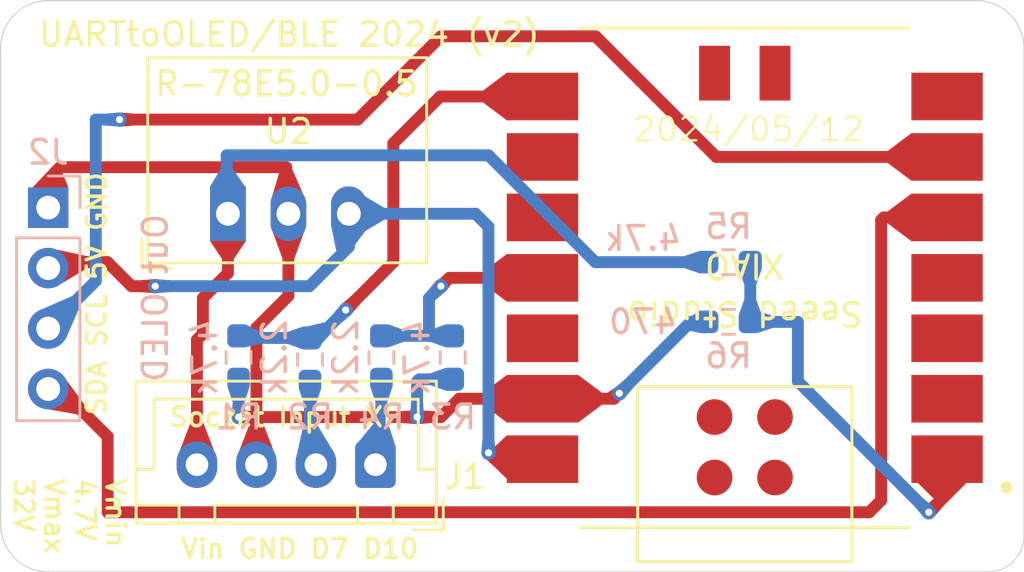
<source format=kicad_pcb>
(kicad_pcb (version 20240108) (generator "pcbnew") (generator_version "8.0")
  (layers (0 "F.Cu" signal) (31 "B.Cu" signal) (34 "B.Paste" user) (35 "F.Paste" user) (36 "B.SilkS" user "B.Silkscreen") (37 "F.SilkS" user "F.Silkscreen") (38 "B.Mask" user) (39 "F.Mask" user) (44 "Edge.Cuts" user))
  (net 0 "")
  (net 2 "Net-(J2-Pin_3)")
  (net 3 "Net-(U1-PA02_A0_D0)")
  (net 6 "Net-(J2-Pin_2)")
  (net 7 "Net-(U1-PA6_A10_D10_MOSI)")
  (net 11 "Net-(J2-Pin_4)")
  (net 19 "Net-(U1-PB09_A7_D7_RX)")
  (net 20 "Net-(J1-Pin_3)")
  (net 21 "Net-(J1-Pin_2)")
  (net 22 "Net-(J1-Pin_1)")
  (net 23 "Net-(J1-Pin_4)")
  (footprint "Seeed Studio XIAO Series Library:XIAO-SAMD21-RP2040-14P-2.54-21X17.8MM (Seeeduino XIAO)" (layer "F.Cu") (at 156.77 80.15 180)
    (property "Reference" "U1" (hide yes))
    (property "Value" "Seeed Studio XIAO SAMD21" (hide yes))
    (fp_line (start 6.9 -10.49909) (end -6.9 -10.49909) (stroke (width 0.127)) (layer "F.SilkS"))
    (fp_line (start 4.5 -4.57073) (end -4.5 -4.57073) (stroke (width 0.127)) (layer "F.SilkS"))
    (fp_line (start 4.5 -11.92403) (end 4.5 -4.57073) (stroke (width 0.127)) (layer "F.SilkS"))
    (fp_line (start -4.5 -4.57073) (end -4.5 -11.92403) (stroke (width 0.127)) (layer "F.SilkS"))
    (fp_line (start -4.5 -11.92403) (end 4.5 -11.92403) (stroke (width 0.127)) (layer "F.SilkS"))
    (fp_line (start -6.9 10.5) (end 6.9 10.5) (stroke (width 0.127)) (layer "F.SilkS"))
    (fp_circle (center -11 -8.8) (end -11 -9.054) (fill solid) (layer "F.SilkS"))
    (fp_text user "XIAO" (at 0 0.5 180) (layer "F.SilkS"))
    (fp_text user "Seeed Studio" (at 0 -1.5 180) (layer "F.SilkS"))
    (pad "1" smd rect (at -8.5 -7.62 180) (size 3 2) (layers "F.Cu" "F.Paste" "F.Mask") (net 3 "Net-(U1-PA02_A0_D0)"))
    (pad "2" smd rect (at -8.5 -5.08 180) (size 3 2) (layers "F.Cu" "F.Paste" "F.Mask"))
    (pad "3" smd rect (at -8.5 -2.54 180) (size 3 2) (layers "F.Cu" "F.Paste" "F.Mask"))
    (pad "4" smd rect (at -8.5 0 180) (size 3 2) (layers "F.Cu" "F.Paste" "F.Mask"))
    (pad "5" smd rect (at -8.5 2.54 180) (size 3 2) (layers "F.Cu" "F.Paste" "F.Mask") (net 11 "Net-(J2-Pin_4)"))
    (pad "6" smd rect (at -8.5 5.08) (size 3 2) (layers "F.Cu" "F.Paste" "F.Mask") (net 2 "Net-(J2-Pin_3)"))
    (pad "7" smd rect (at -8.5 7.62 180) (size 3 2) (layers "F.Cu" "F.Paste" "F.Mask"))
    (pad "8" smd rect (at 8.5 7.62 180) (size 3 2) (layers "F.Cu" "F.Paste" "F.Mask") (net 19 "Net-(U1-PB09_A7_D7_RX)"))
    (pad "9" smd rect (at 8.5 5.08 180) (size 3 2) (layers "F.Cu" "F.Paste" "F.Mask"))
    (pad "10" smd rect (at 8.5 2.54 180) (size 3 2) (layers "F.Cu" "F.Paste" "F.Mask"))
    (pad "11" smd rect (at 8.5 0 180) (size 3 2) (layers "F.Cu" "F.Paste" "F.Mask") (net 7 "Net-(U1-PA6_A10_D10_MOSI)"))
    (pad "12" smd rect (at 8.5 -2.54 180) (size 3 2) (layers "F.Cu" "F.Paste" "F.Mask"))
    (pad "13" smd rect (at 8.5 -5.08 180) (size 3 2) (layers "F.Cu" "F.Paste" "F.Mask") (net 20 "Net-(J1-Pin_3)"))
    (pad "14" smd rect (at 8.5 -7.62 180) (size 3 2) (layers "F.Cu" "F.Paste" "F.Mask") (net 6 "Net-(J2-Pin_2)"))
    (pad "15" smd circle (at -1.27 -8.39 270) (size 1.5 1.5) (layers "F.Cu" "F.Paste" "F.Mask"))
    (pad "16" smd circle (at 1.27 -8.39 270) (size 1.5 1.5) (layers "F.Cu" "F.Paste" "F.Mask"))
    (pad "17" smd circle (at -1.27 -5.85 270) (size 1.5 1.5) (layers "F.Cu" "F.Paste" "F.Mask"))
    (pad "18" smd circle (at 1.27 -5.85 270) (size 1.5 1.5) (layers "F.Cu" "F.Paste" "F.Mask"))
    (pad "19" smd rect (at -1.27 8.6 270) (size 2.3 1.3) (layers "F.Cu" "F.Paste" "F.Mask"))
    (pad "20" smd rect (at 1.27 8.6 270) (size 2.3 1.3) (layers "F.Cu" "F.Paste" "F.Mask"))
  )
  (footprint "Connector_JST:JST_XH_B4B-XH-A_1x04_P2.50mm_Vertical" (layer "F.Cu") (at 141.25 88 180)
    (property "Reference" "J1" (at -3.75 -0.5 180) (layer "F.SilkS"))
    (property "Value" "Socket Input XH" (at 3.75 2 180) (layer "F.SilkS") (effects (font (size 0.8 0.8))))
    (fp_line (start 10.06 3.51) (end 10.06 -2.46) (stroke (width 0.12)) (layer "F.SilkS"))
    (fp_line (start 10.06 -2.46) (end -2.56 -2.46) (stroke (width 0.12)) (layer "F.SilkS"))
    (fp_line (start 10.05 -0.2) (end 9.3 -0.2) (stroke (width 0.12)) (layer "F.SilkS"))
    (fp_line (start 10.05 -1.7) (end 10.05 -2.45) (stroke (width 0.12)) (layer "F.SilkS"))
    (fp_line (start 10.05 -2.45) (end 8.25 -2.45) (stroke (width 0.12)) (layer "F.SilkS"))
    (fp_line (start 9.3 2.75) (end 3.75 2.75) (stroke (width 0.12)) (layer "F.SilkS"))
    (fp_line (start 9.3 -0.2) (end 9.3 2.75) (stroke (width 0.12)) (layer "F.SilkS"))
    (fp_line (start 8.25 -1.7) (end 10.05 -1.7) (stroke (width 0.12)) (layer "F.SilkS"))
    (fp_line (start 8.25 -2.45) (end 8.25 -1.7) (stroke (width 0.12)) (layer "F.SilkS"))
    (fp_line (start 6.75 -1.7) (end 6.75 -2.45) (stroke (width 0.12)) (layer "F.SilkS"))
    (fp_line (start 6.75 -2.45) (end 0.75 -2.45) (stroke (width 0.12)) (layer "F.SilkS"))
    (fp_line (start 0.75 -1.7) (end 6.75 -1.7) (stroke (width 0.12)) (layer "F.SilkS"))
    (fp_line (start 0.75 -2.45) (end 0.75 -1.7) (stroke (width 0.12)) (layer "F.SilkS"))
    (fp_line (start -0.75 -1.7) (end -0.75 -2.45) (stroke (width 0.12)) (layer "F.SilkS"))
    (fp_line (start -0.75 -2.45) (end -2.55 -2.45) (stroke (width 0.12)) (layer "F.SilkS"))
    (fp_line (start -1.6 -2.75) (end -2.85 -2.75) (stroke (width 0.12)) (layer "F.SilkS"))
    (fp_line (start -1.8 2.75) (end 3.75 2.75) (stroke (width 0.12)) (layer "F.SilkS"))
    (fp_line (start -1.8 -0.2) (end -1.8 2.75) (stroke (width 0.12)) (layer "F.SilkS"))
    (fp_line (start -2.55 -0.2) (end -1.8 -0.2) (stroke (width 0.12)) (layer "F.SilkS"))
    (fp_line (start -2.55 -1.7) (end -0.75 -1.7) (stroke (width 0.12)) (layer "F.SilkS"))
    (fp_line (start -2.55 -2.45) (end -2.55 -1.7) (stroke (width 0.12)) (layer "F.SilkS"))
    (fp_line (start -2.56 3.51) (end 10.06 3.51) (stroke (width 0.12)) (layer "F.SilkS"))
    (fp_line (start -2.56 -2.46) (end -2.56 3.51) (stroke (width 0.12)) (layer "F.SilkS"))
    (fp_line (start -2.85 -2.75) (end -2.85 -1.5) (stroke (width 0.12)) (layer "F.SilkS"))
    (pad "1" thru_hole roundrect (at 0 0 180) (size 1.7 1.95) (drill 0.95) (layers "*.Cu" "*.Mask") (roundrect_rratio 0.147059) (net 22 "Net-(J1-Pin_1)"))
    (pad "2" thru_hole oval (at 2.5 0 180) (size 1.7 1.95) (drill 0.95) (layers "*.Cu" "*.Mask") (net 21 "Net-(J1-Pin_2)"))
    (pad "3" thru_hole oval (at 5 0 180) (size 1.7 1.95) (drill 0.95) (layers "*.Cu" "*.Mask") (net 20 "Net-(J1-Pin_3)"))
    (pad "4" thru_hole oval (at 7.5 0 180) (size 1.7 1.95) (drill 0.95) (layers "*.Cu" "*.Mask") (net 23 "Net-(J1-Pin_4)"))
  )
  (footprint "Converter_DCDC:Converter_DCDC_RECOM_R-78E-0.5_THT" (layer "F.Cu") (at 135.053 77.4575)
    (property "Reference" "U2" (at 2.54 -3.4575 0) (layer "F.SilkS"))
    (property "Value" "R-78E5.0-0.5" (at 2.447 -5.4575 0) (layer "F.SilkS"))
    (fp_line (start -3.611 1.06) (end -3.611 2.3) (stroke (width 0.12)) (layer "F.SilkS"))
    (fp_line (start -3.611 2.3) (end -2.371 2.3) (stroke (width 0.12)) (layer "F.SilkS"))
    (fp_line (start -3.371 -6.56) (end -3.371 2.06) (stroke (width 0.12)) (layer "F.SilkS"))
    (fp_line (start -3.371 -6.56) (end 8.35 -6.56) (stroke (width 0.12)) (layer "F.SilkS"))
    (fp_line (start -3.371 2.06) (end 8.35 2.06) (stroke (width 0.12)) (layer "F.SilkS"))
    (fp_line (start 8.35 -6.56) (end 8.35 2.06) (stroke (width 0.12)) (layer "F.SilkS"))
    (pad "1" thru_hole rect (at 0 0) (size 1.5 2.3) (drill 1) (layers "*.Cu" "*.Mask") (net 23 "Net-(J1-Pin_4)"))
    (pad "2" thru_hole oval (at 2.54 0) (size 1.5 2.3) (drill 1) (layers "*.Cu" "*.Mask") (net 20 "Net-(J1-Pin_3)"))
    (pad "3" thru_hole oval (at 5.08 0) (size 1.5 2.3) (drill 1) (layers "*.Cu" "*.Mask") (net 6 "Net-(J2-Pin_2)"))
  )
  (footprint "Resistor_SMD:R_0603_1608Metric_Pad0.98x0.95mm_HandSolder" (layer "B.Cu") (at 138.5 83.5875 -90)
    (property "Reference" "R2" (at 2.4125 0 180) (layer "B.SilkS") (effects (justify mirror)))
    (property "Value" "2.2k" (at -0.0875 1.5 270) (layer "B.SilkS") (effects (justify mirror)))
    (fp_line (start 0.254724 0.5225) (end -0.254724 0.5225) (stroke (width 0.12)) (layer "B.SilkS"))
    (fp_line (start 0.254724 -0.5225) (end -0.254724 -0.5225) (stroke (width 0.12)) (layer "B.SilkS"))
    (pad "1" smd roundrect (at -0.9125 0 270) (size 0.975 0.95) (layers "B.Cu" "B.Paste" "B.Mask") (net 19 "Net-(U1-PB09_A7_D7_RX)"))
    (pad "2" smd roundrect (at 0.9125 0 270) (size 0.975 0.95) (layers "B.Cu" "B.Paste" "B.Mask") (net 21 "Net-(J1-Pin_2)"))
  )
  (footprint "Resistor_SMD:R_0603_1608Metric_Pad0.98x0.95mm_HandSolder" (layer "B.Cu") (at 141.5 83.5 -90)
    (property "Reference" "R4" (at 2.5 0 180) (layer "B.SilkS") (effects (justify mirror)))
    (property "Value" "2.2k" (at 0 1.5 90) (layer "B.SilkS") (effects (justify mirror)))
    (fp_line (start 0.254724 0.5225) (end -0.254724 0.5225) (stroke (width 0.12)) (layer "B.SilkS"))
    (fp_line (start 0.254724 -0.5225) (end -0.254724 -0.5225) (stroke (width 0.12)) (layer "B.SilkS"))
    (pad "1" smd roundrect (at -0.9125 0 270) (size 0.975 0.95) (layers "B.Cu" "B.Paste" "B.Mask") (net 7 "Net-(U1-PA6_A10_D10_MOSI)"))
    (pad "2" smd roundrect (at 0.9125 0 270) (size 0.975 0.95) (layers "B.Cu" "B.Paste" "B.Mask") (net 22 "Net-(J1-Pin_1)"))
  )
  (footprint "Resistor_SMD:R_0603_1608Metric_Pad0.98x0.95mm_HandSolder" (layer "B.Cu") (at 156.0875 79.49 180)
    (property "Reference" "R5" (at 0 1.49 180) (layer "B.SilkS") (effects (justify mirror)))
    (property "Value" "4.7k" (at 3.5875 0.99 180) (layer "B.SilkS") (effects (justify mirror)))
    (fp_line (start 0.254724 0.5225) (end -0.254724 0.5225) (stroke (width 0.12)) (layer "B.SilkS"))
    (fp_line (start 0.254724 -0.5225) (end -0.254724 -0.5225) (stroke (width 0.12)) (layer "B.SilkS"))
    (pad "1" smd roundrect (at -0.9125 0 180) (size 0.975 0.95) (layers "B.Cu" "B.Paste" "B.Mask") (net 3 "Net-(U1-PA02_A0_D0)"))
    (pad "2" smd roundrect (at 0.9125 0 180) (size 0.975 0.95) (layers "B.Cu" "B.Paste" "B.Mask") (net 23 "Net-(J1-Pin_4)"))
  )
  (footprint "Resistor_SMD:R_0603_1608Metric_Pad0.98x0.95mm_HandSolder" (layer "B.Cu") (at 135.5 83.5 90)
    (property "Reference" "R1" (at -2.5 0 0) (layer "B.SilkS") (effects (justify mirror)))
    (property "Value" "4.7k" (at 0 -1.43 270) (layer "B.SilkS") (effects (justify mirror)))
    (fp_line (start 0.254724 -0.5225) (end -0.254724 -0.5225) (stroke (width 0.12)) (layer "B.SilkS"))
    (fp_line (start 0.254724 0.5225) (end -0.254724 0.5225) (stroke (width 0.12)) (layer "B.SilkS"))
    (pad "1" smd roundrect (at -0.9125 0 90) (size 0.975 0.95) (layers "B.Cu" "B.Paste" "B.Mask") (net 20 "Net-(J1-Pin_3)"))
    (pad "2" smd roundrect (at 0.9125 0 90) (size 0.975 0.95) (layers "B.Cu" "B.Paste" "B.Mask") (net 19 "Net-(U1-PB09_A7_D7_RX)"))
  )
  (footprint "Resistor_SMD:R_0603_1608Metric_Pad0.98x0.95mm_HandSolder" (layer "B.Cu") (at 156.0875 82)
    (property "Reference" "R6" (at 0 1.43 0) (layer "B.SilkS") (effects (justify mirror)))
    (property "Value" "470" (at -3.5875 0 0) (layer "B.SilkS") (effects (justify mirror)))
    (fp_line (start 0.254724 -0.5225) (end -0.254724 -0.5225) (stroke (width 0.12)) (layer "B.SilkS"))
    (fp_line (start 0.254724 0.5225) (end -0.254724 0.5225) (stroke (width 0.12)) (layer "B.SilkS"))
    (pad "1" smd roundrect (at -0.9125 0) (size 0.975 0.95) (layers "B.Cu" "B.Paste" "B.Mask") (net 20 "Net-(J1-Pin_3)"))
    (pad "2" smd roundrect (at 0.9125 0) (size 0.975 0.95) (layers "B.Cu" "B.Paste" "B.Mask") (net 3 "Net-(U1-PA02_A0_D0)"))
  )
  (footprint "Resistor_SMD:R_0603_1608Metric_Pad0.98x0.95mm_HandSolder" (layer "B.Cu") (at 144.5 83.5 90)
    (property "Reference" "R3" (at -2.5 0 0) (layer "B.SilkS") (effects (justify mirror)))
    (property "Value" "4.7k" (at 0 -1.5 270) (layer "B.SilkS") (effects (justify mirror)))
    (fp_line (start 0.254724 -0.5225) (end -0.254724 -0.5225) (stroke (width 0.12)) (layer "B.SilkS"))
    (fp_line (start 0.254724 0.5225) (end -0.254724 0.5225) (stroke (width 0.12)) (layer "B.SilkS"))
    (pad "1" smd roundrect (at -0.9125 0 90) (size 0.975 0.95) (layers "B.Cu" "B.Paste" "B.Mask") (net 20 "Net-(J1-Pin_3)"))
    (pad "2" smd roundrect (at 0.9125 0 90) (size 0.975 0.95) (layers "B.Cu" "B.Paste" "B.Mask") (net 7 "Net-(U1-PA6_A10_D10_MOSI)"))
  )
  (footprint "Connector_PinHeader_2.54mm:PinHeader_1x04_P2.54mm_Vertical" (layer "B.Cu") (at 127.5 77.2 180)
    (property "Reference" "J2" (at 0 2.33 180) (layer "B.SilkS") (effects (justify mirror)))
    (property "Value" "Out OLED" (at -4.5 -3.8 270) (layer "B.SilkS") (effects (justify mirror)))
    (fp_line (start 1.33 -1.27) (end -1.33 -1.27) (stroke (width 0.12)) (layer "B.SilkS"))
    (fp_line (start 1.33 -8.95) (end 1.33 -1.27) (stroke (width 0.12)) (layer "B.SilkS"))
    (fp_line (start 1.33 -8.95) (end -1.33 -8.95) (stroke (width 0.12)) (layer "B.SilkS"))
    (fp_line (start 0 1.33) (end -1.33 1.33) (stroke (width 0.12)) (layer "B.SilkS"))
    (fp_line (start -1.33 1.33) (end -1.33 0) (stroke (width 0.12)) (layer "B.SilkS"))
    (fp_line (start -1.33 -8.95) (end -1.33 -1.27) (stroke (width 0.12)) (layer "B.SilkS"))
    (pad "1" thru_hole rect (at 0 0 180) (size 1.7 1.7) (drill 1) (layers "*.Cu" "*.Mask") (net 20 "Net-(J1-Pin_3)"))
    (pad "2" thru_hole oval (at 0 -2.54 180) (size 1.7 1.7) (drill 1) (layers "*.Cu" "*.Mask") (net 6 "Net-(J2-Pin_2)"))
    (pad "3" thru_hole oval (at 0 -5.08 180) (size 1.7 1.7) (drill 1) (layers "*.Cu" "*.Mask") (net 2 "Net-(J2-Pin_3)"))
    (pad "4" thru_hole oval (at 0 -7.62 180) (size 1.7 1.7) (drill 1) (layers "*.Cu" "*.Mask") (net 11 "Net-(J2-Pin_4)"))
  )
  (gr_arc (start 166.5 68.5) (mid 167.914214 69.085786) (end 168.5 70.5) (stroke (width 0.05)) (layer "Edge.Cuts"))
  (gr_arc (start 127.5 92.5) (mid 126.085786 91.914214) (end 125.5 90.5) (stroke (width 0.05)) (layer "Edge.Cuts"))
  (gr_arc (start 125.5 70.5) (mid 126.085786 69.085786) (end 127.5 68.5) (stroke (width 0.05)) (layer "Edge.Cuts"))
  (gr_line (start 127.5 92.5) (end 167 92.5) (stroke (width 0.05)) (layer "Edge.Cuts"))
  (gr_arc (start 168.5 91) (mid 168.06066 92.06066) (end 167 92.5) (stroke (width 0.05)) (layer "Edge.Cuts"))
  (gr_line (start 125.5 70.5) (end 125.5 90.5) (stroke (width 0.05)) (layer "Edge.Cuts"))
  (gr_line (start 168.5 70.5) (end 168.5 91) (stroke (width 0.05)) (layer "Edge.Cuts"))
  (gr_line (start 166.5 68.5) (end 127.5 68.5) (stroke (width 0.05)) (layer "Edge.Cuts"))
  (gr_text "UARTtoOLED/BLE 2024 (v2)" (at 127 70.5 0) (layer "F.SilkS") (effects (font (size 1 1)) (justify left bottom)))
  (gr_text "SDA SCL 5V GND" (at 130 86 90) (layer "F.SilkS") (effects (font (size 0.8 0.8)) (justify left bottom)))
  (gr_text "2024/05/12\n" (at 152 74.5 0) (layer "F.SilkS") (effects (font (size 1 1) (thickness 0.1)) (justify left bottom)))
  (gr_text "Vmin\n4.7V\nVmax\n32V" (at 126 88.5 270) (layer "F.SilkS") (effects (font (size 0.8 0.8)) (justify left bottom)))
  (gr_text "Vin GND D7 D10" (at 133 92 0) (layer "F.SilkS") (effects (font (size 0.8 0.8)) (justify left bottom)))
  (segment (start 155.57 75.07) (end 150.5 70) (width 0.5) (layer "F.Cu") (net 2))
  (segment (start 165.27 75.07) (end 155.57 75.07) (width 0.5) (layer "F.Cu") (net 2))
  (segment (start 150.5 70) (end 144 70) (width 0.5) (layer "F.Cu") (net 2))
  (segment (start 144 70) (end 140.5 73.5) (width 0.5) (layer "F.Cu") (net 2))
  (segment (start 140.5 73.5) (end 130.5 73.5) (width 0.5) (layer "F.Cu") (net 2))
  (via (at 130.5 73.5) (size 0.6) (drill 0.3) (layers "F.Cu" "B.Cu") (net 2))
  (segment (start 129.5 80.28) (end 127.75 82.03) (width 0.5) (layer "B.Cu") (net 2))
  (segment (start 130.5 73.5) (end 129.5 73.5) (width 0.5) (layer "B.Cu") (net 2))
  (segment (start 129.5 73.5) (end 129.5 80.28) (width 0.5) (layer "B.Cu") (net 2))
  (segment (start 165.27 89.23) (end 165.27 87.77) (width 0.5) (layer "F.Cu") (net 3))
  (segment (start 164.5 90) (end 165.27 89.23) (width 0.5) (layer "F.Cu") (net 3))
  (via (at 164.5 90) (size 0.6) (drill 0.3) (layers "F.Cu" "B.Cu") (net 3))
  (segment (start 157 82) (end 157 79.49) (width 0.5) (layer "B.Cu") (net 3))
  (segment (start 157 82) (end 159 82) (width 0.5) (layer "B.Cu") (net 3))
  (segment (start 159 84.5) (end 164.5 90) (width 0.5) (layer "B.Cu") (net 3))
  (segment (start 159 82) (end 159 84.5) (width 0.5) (layer "B.Cu") (net 3))
  (segment (start 132 80.5) (end 131 80.5) (width 0.5) (layer "F.Cu") (net 6))
  (segment (start 140.133 77.4575) (end 140.2075 77.4575) (width 0.2) (layer "F.Cu") (net 6))
  (segment (start 129.99 79.49) (end 127.75 79.49) (width 0.5) (layer "F.Cu") (net 6))
  (segment (start 148.27 87.77) (end 146.27 87.77) (width 0.5) (layer "F.Cu") (net 6))
  (segment (start 140.2075 77.4575) (end 140.25 77.5) (width 0.2) (layer "F.Cu") (net 6))
  (segment (start 131 80.5) (end 129.99 79.49) (width 0.5) (layer "F.Cu") (net 6))
  (segment (start 146.27 87.77) (end 146 87.5) (width 0.5) (layer "F.Cu") (net 6))
  (via (at 146 87.5) (size 0.6) (drill 0.3) (layers "F.Cu" "B.Cu") (net 6))
  (via (at 132 80.5) (size 0.6) (drill 0.3) (layers "F.Cu" "B.Cu") (net 6))
  (segment (start 139.49 79.49) (end 138.48 80.5) (width 0.5) (layer "B.Cu") (net 6))
  (segment (start 140.133 78.847) (end 140.133 77.4575) (width 0.5) (layer "B.Cu") (net 6))
  (segment (start 139.49 79.49) (end 140.133 78.847) (width 0.5) (layer "B.Cu") (net 6))
  (segment (start 145.4575 77.4575) (end 146 78) (width 0.5) (layer "B.Cu") (net 6))
  (segment (start 146 78) (end 146 87.5) (width 0.5) (layer "B.Cu") (net 6))
  (segment (start 140.133 77.4575) (end 145.4575 77.4575) (width 0.5) (layer "B.Cu") (net 6))
  (segment (start 138.48 80.5) (end 132 80.5) (width 0.5) (layer "B.Cu") (net 6))
  (segment (start 148.27 80.15) (end 144.35 80.15) (width 0.5) (layer "F.Cu") (net 7))
  (segment (start 144.35 80.15) (end 144 80.5) (width 0.5) (layer "F.Cu") (net 7))
  (segment (start 148.27 80.15) (end 147.77 80.15) (width 0.2) (layer "F.Cu") (net 7))
  (segment (start 147.77 80.15) (end 147.42 80.5) (width 0.2) (layer "F.Cu") (net 7))
  (via (at 144 80.5) (size 0.6) (drill 0.3) (layers "F.Cu" "B.Cu") (net 7))
  (segment (start 143.5 82.5875) (end 141.5 82.5875) (width 0.5) (layer "B.Cu") (net 7))
  (segment (start 143.5 82.5875) (end 143.5 81) (width 0.5) (layer "B.Cu") (net 7))
  (segment (start 143.5 81) (end 144 80.5) (width 0.5) (layer "B.Cu") (net 7))
  (segment (start 144.5 82.5875) (end 143.5 82.5875) (width 0.5) (layer "B.Cu") (net 7))
  (segment (start 162.61 77.61) (end 165.27 77.61) (width 0.5) (layer "F.Cu") (net 11))
  (segment (start 162.61 77.61) (end 162.5 77.72) (width 0.5) (layer "F.Cu") (net 11))
  (segment (start 162 90) (end 162.5 89.5) (width 0.5) (layer "F.Cu") (net 11))
  (segment (start 130 90) (end 162 90) (width 0.5) (layer "F.Cu") (net 11))
  (segment (start 127.75 84.57) (end 130 86.82) (width 0.5) (layer "F.Cu") (net 11))
  (segment (start 130 86.82) (end 130 90) (width 0.5) (layer "F.Cu") (net 11))
  (segment (start 162.5 77.72) (end 162.5 89.5) (width 0.5) (layer "F.Cu") (net 11))
  (segment (start 142 74.5) (end 142 79.5) (width 0.5) (layer "F.Cu") (net 19))
  (segment (start 148.27 72.53) (end 143.97 72.53) (width 0.5) (layer "F.Cu") (net 19))
  (segment (start 142 79.5) (end 140 81.5) (width 0.5) (layer "F.Cu") (net 19))
  (segment (start 143.97 72.53) (end 142 74.5) (width 0.5) (layer "F.Cu") (net 19))
  (segment (start 148.27 72.53) (end 147.47 72.53) (width 0.2) (layer "F.Cu") (net 19))
  (via (at 140 81.5) (size 0.6) (drill 0.3) (layers "F.Cu" "B.Cu") (net 19))
  (segment (start 138.825 82.675) (end 140 81.5) (width 0.5) (layer "B.Cu") (net 19))
  (segment (start 138.5 82.675) (end 138.825 82.675) (width 0.5) (layer "B.Cu") (net 19))
  (segment (start 135.5875 82.675) (end 135.5 82.5875) (width 0.2) (layer "B.Cu") (net 19))
  (segment (start 138.5 82.675) (end 135.5875 82.675) (width 0.5) (layer "B.Cu") (net 19))
  (segment (start 137.593 77.4575) (end 137.7075 77.4575) (width 0.2) (layer "F.Cu") (net 20))
  (segment (start 127.75 76.95) (end 127.75 75.75) (width 0.5) (layer "F.Cu") (net 20))
  (segment (start 137.7075 77.4575) (end 137.75 77.5) (width 0.2) (layer "F.Cu") (net 20))
  (segment (start 137.593 80.907) (end 137.593 77.4575) (width 0.5) (layer "F.Cu") (net 20))
  (segment (start 148.27 85.23) (end 151.27 85.23) (width 0.5) (layer "F.Cu") (net 20))
  (segment (start 137.5 77.3645) (end 137.593 77.4575) (width 0.5) (layer "F.Cu") (net 20))
  (segment (start 148.27 85.23) (end 144.77 85.23) (width 0.5) (layer "F.Cu") (net 20))
  (segment (start 144 86) (end 143 86) (width 0.5) (layer "F.Cu") (net 20))
  (segment (start 143 86) (end 136.25 86) (width 0.5) (layer "F.Cu") (net 20))
  (segment (start 136.25 82.25) (end 137.593 80.907) (width 0.5) (layer "F.Cu") (net 20))
  (segment (start 128 75.5) (end 137.5 75.5) (width 0.5) (layer "F.Cu") (net 20))
  (segment (start 136.25 86) (end 136.25 82.25) (width 0.5) (layer "F.Cu") (net 20))
  (segment (start 136.25 86) (end 135.5 86) (width 0.5) (layer "F.Cu") (net 20))
  (segment (start 127.75 75.75) (end 128 75.5) (width 0.5) (layer "F.Cu") (net 20))
  (segment (start 151.27 85.23) (end 151.5 85) (width 0.5) (layer "F.Cu") (net 20))
  (segment (start 137.5 75.5) (end 137.5 77.3645) (width 0.5) (layer "F.Cu") (net 20))
  (segment (start 137.75 77.5) (end 137.5 77.75) (width 0.2) (layer "F.Cu") (net 20))
  (segment (start 144.77 85.23) (end 144 86) (width 0.5) (layer "F.Cu") (net 20))
  (segment (start 136.25 88) (end 136.25 86) (width 0.5) (layer "F.Cu") (net 20))
  (via (at 151.5 85) (size 0.6) (drill 0.3) (layers "F.Cu" "B.Cu") (net 20))
  (via (at 135.5 86) (size 0.6) (drill 0.3) (layers "F.Cu" "B.Cu") (net 20))
  (via (at 143 86) (size 0.6) (drill 0.3) (layers "F.Cu" "B.Cu") (net 20))
  (segment (start 144.5 84.4125) (end 143.0875 84.4125) (width 0.5) (layer "B.Cu") (net 20))
  (segment (start 154.5 82) (end 151.5 85) (width 0.5) (layer "B.Cu") (net 20))
  (segment (start 143.0875 84.4125) (end 143 84.5) (width 0.2) (layer "B.Cu") (net 20))
  (segment (start 143 84.5) (end 143 86) (width 0.5) (layer "B.Cu") (net 20))
  (segment (start 135.5 86) (end 135.5 84.4125) (width 0.5) (layer "B.Cu") (net 20))
  (segment (start 155.175 82) (end 154.5 82) (width 0.5) (layer "B.Cu") (net 20))
  (segment (start 138.5 84.5) (end 138.5 87.75) (width 0.5) (layer "B.Cu") (net 21))
  (segment (start 138.5 87.75) (end 138.75 88) (width 0.2) (layer "B.Cu") (net 21))
  (segment (start 141.5 87.75) (end 141.25 88) (width 0.2) (layer "B.Cu") (net 22))
  (segment (start 141.5 84.4125) (end 141.5 87.75) (width 0.5) (layer "B.Cu") (net 22))
  (segment (start 134 82.5) (end 133.75 82.75) (width 0.5) (layer "F.Cu") (net 23))
  (segment (start 134 81) (end 134 82.5) (width 0.5) (layer "F.Cu") (net 23))
  (segment (start 135.053 77.4575) (end 135.053 79.947) (width 0.5) (layer "F.Cu") (net 23))
  (segment (start 133.75 82.75) (end 133.75 88) (width 0.5) (layer "F.Cu") (net 23))
  (segment (start 135.053 79.947) (end 134 81) (width 0.5) (layer "F.Cu") (net 23))
  (segment (start 135 75) (end 135 77.4045) (width 0.5) (layer "B.Cu") (net 23))
  (segment (start 150.49 79.49) (end 146 75) (width 0.5) (layer "B.Cu") (net 23))
  (segment (start 135 77.4045) (end 135.053 77.4575) (width 0.5) (layer "B.Cu") (net 23))
  (segment (start 155.175 79.49) (end 150.49 79.49) (width 0.5) (layer "B.Cu") (net 23))
  (segment (start 146 75) (end 135 75) (width 0.5) (layer "B.Cu") (net 23))
)
</source>
